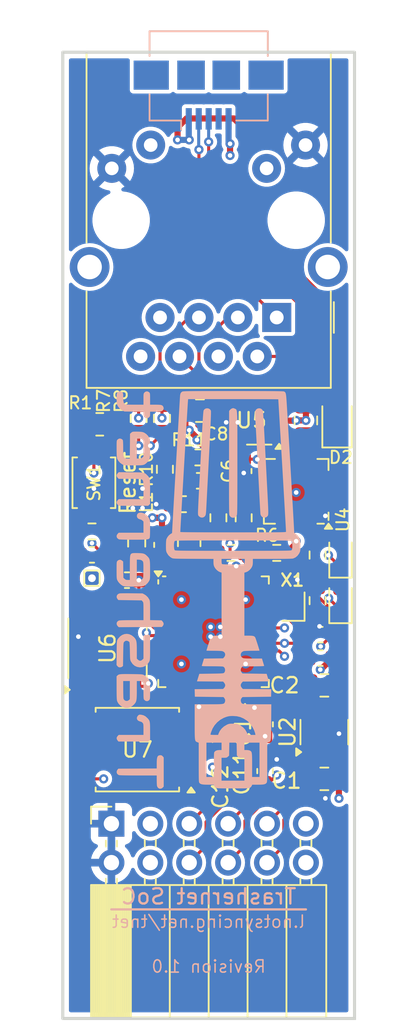
<source format=kicad_pcb>
(kicad_pcb
	(version 20240108)
	(generator "pcbnew")
	(generator_version "8.0")
	(general
		(thickness 1.6)
		(legacy_teardrops no)
	)
	(paper "A4")
	(title_block
		(comment 4 "AISLER Project ID: RAKIZQUS")
	)
	(layers
		(0 "F.Cu" signal)
		(1 "In1.Cu" signal)
		(2 "In2.Cu" signal)
		(31 "B.Cu" signal)
		(32 "B.Adhes" user "B.Adhesive")
		(33 "F.Adhes" user "F.Adhesive")
		(34 "B.Paste" user)
		(35 "F.Paste" user)
		(36 "B.SilkS" user "B.Silkscreen")
		(37 "F.SilkS" user "F.Silkscreen")
		(38 "B.Mask" user)
		(39 "F.Mask" user)
		(40 "Dwgs.User" user "User.Drawings")
		(41 "Cmts.User" user "User.Comments")
		(42 "Eco1.User" user "User.Eco1")
		(43 "Eco2.User" user "User.Eco2")
		(44 "Edge.Cuts" user)
		(45 "Margin" user)
		(46 "B.CrtYd" user "B.Courtyard")
		(47 "F.CrtYd" user "F.Courtyard")
		(48 "B.Fab" user)
		(49 "F.Fab" user)
		(50 "User.1" user)
		(51 "User.2" user)
		(52 "User.3" user)
		(53 "User.4" user)
		(54 "User.5" user)
		(55 "User.6" user)
		(56 "User.7" user)
		(57 "User.8" user)
		(58 "User.9" user)
	)
	(setup
		(stackup
			(layer "F.SilkS"
				(type "Top Silk Screen")
			)
			(layer "F.Paste"
				(type "Top Solder Paste")
			)
			(layer "F.Mask"
				(type "Top Solder Mask")
				(thickness 0.01)
			)
			(layer "F.Cu"
				(type "copper")
				(thickness 0.035)
			)
			(layer "dielectric 1"
				(type "prepreg")
				(thickness 0.1)
				(material "FR4")
				(epsilon_r 4.5)
				(loss_tangent 0.02)
			)
			(layer "In1.Cu"
				(type "copper")
				(thickness 0.035)
			)
			(layer "dielectric 2"
				(type "core")
				(thickness 1.24)
				(material "FR4")
				(epsilon_r 4.5)
				(loss_tangent 0.02)
			)
			(layer "In2.Cu"
				(type "copper")
				(thickness 0.035)
			)
			(layer "dielectric 3"
				(type "prepreg")
				(thickness 0.1)
				(material "FR4")
				(epsilon_r 4.5)
				(loss_tangent 0.02)
			)
			(layer "B.Cu"
				(type "copper")
				(thickness 0.035)
			)
			(layer "B.Mask"
				(type "Bottom Solder Mask")
				(thickness 0.01)
			)
			(layer "B.Paste"
				(type "Bottom Solder Paste")
			)
			(layer "B.SilkS"
				(type "Bottom Silk Screen")
			)
			(copper_finish "None")
			(dielectric_constraints no)
		)
		(pad_to_mask_clearance 0)
		(allow_soldermask_bridges_in_footprints no)
		(pcbplotparams
			(layerselection 0x00010fc_ffffffff)
			(plot_on_all_layers_selection 0x0000000_00000000)
			(disableapertmacros no)
			(usegerberextensions no)
			(usegerberattributes yes)
			(usegerberadvancedattributes yes)
			(creategerberjobfile yes)
			(dashed_line_dash_ratio 12.000000)
			(dashed_line_gap_ratio 3.000000)
			(svgprecision 4)
			(plotframeref no)
			(viasonmask no)
			(mode 1)
			(useauxorigin no)
			(hpglpennumber 1)
			(hpglpenspeed 20)
			(hpglpendiameter 15.000000)
			(pdf_front_fp_property_popups yes)
			(pdf_back_fp_property_popups yes)
			(dxfpolygonmode yes)
			(dxfimperialunits yes)
			(dxfusepcbnewfont yes)
			(psnegative no)
			(psa4output no)
			(plotreference yes)
			(plotvalue yes)
			(plotfptext yes)
			(plotinvisibletext no)
			(sketchpadsonfab no)
			(subtractmaskfromsilk no)
			(outputformat 1)
			(mirror no)
			(drillshape 1)
			(scaleselection 1)
			(outputdirectory "")
		)
	)
	(net 0 "")
	(net 1 "+1V2")
	(net 2 "unconnected-(U1A-IOT_43a-Pad32)")
	(net 3 "GND")
	(net 4 "unconnected-(U1A-RGB0-Pad39)")
	(net 5 "+5V")
	(net 6 "unconnected-(U2-NC-Pad4)")
	(net 7 "+3V3")
	(net 8 "unconnected-(U5-NC-Pad4)")
	(net 9 "/CF_IO2")
	(net 10 "/CF_DO")
	(net 11 "/~{CF_CS}")
	(net 12 "/CDONE")
	(net 13 "/CF_DI")
	(net 14 "/CF_CLK")
	(net 15 "/CF_IO3")
	(net 16 "/~{CRESET}")
	(net 17 "/RAM_IO0")
	(net 18 "/RAM_IO1")
	(net 19 "/RAM_IO2")
	(net 20 "/RAM_IO3")
	(net 21 "/RAM_SCK")
	(net 22 "/~{RAM_CS}")
	(net 23 "/RX+")
	(net 24 "/VREF")
	(net 25 "unconnected-(J2-NC-PadR7)")
	(net 26 "/LV_TX-")
	(net 27 "unconnected-(J2-TCT-PadR4)")
	(net 28 "/RX-")
	(net 29 "unconnected-(J2-PadR8)")
	(net 30 "unconnected-(J2-PadSH)")
	(net 31 "/ETH_LED0")
	(net 32 "/LV_RX+")
	(net 33 "/LV_RX-")
	(net 34 "/LV_TX+")
	(net 35 "/ETH_LED1")
	(net 36 "unconnected-(U1A-IOT_49a-Pad43)")
	(net 37 "Net-(D1-A)")
	(net 38 "unconnected-(J2-PadSH)_0")
	(net 39 "/PMOD5")
	(net 40 "/PMOD3")
	(net 41 "/PMOD4")
	(net 42 "/PMOD2")
	(net 43 "/PMOD0")
	(net 44 "/PMOD1")
	(net 45 "/PMOD6")
	(net 46 "/PMOD7")
	(net 47 "/TX-")
	(net 48 "unconnected-(X1-Tri-State-Pad1)")
	(net 49 "/USB/USB_D+")
	(net 50 "unconnected-(J3-Shield-Pad6)")
	(net 51 "unconnected-(J3-ID-Pad4)")
	(net 52 "unconnected-(J3-Shield-Pad6)_0")
	(net 53 "unconnected-(J3-Shield-Pad6)_1")
	(net 54 "unconnected-(J3-Shield-Pad6)_2")
	(net 55 "/USB/USB_D-")
	(net 56 "unconnected-(U4-~{RTS}-Pad16)")
	(net 57 "unconnected-(U4-CBUS3-Pad14)")
	(net 58 "unconnected-(U4-CBUS2-Pad5)")
	(net 59 "unconnected-(U4-~{CTS}-Pad4)")
	(net 60 "unconnected-(U4-CBUS1-Pad11)")
	(net 61 "unconnected-(U4-CBUS0-Pad12)")
	(net 62 "unconnected-(U4-3V3OUT-Pad8)")
	(net 63 "/SERIAL_PC_OUT")
	(net 64 "/CLK_12M")
	(net 65 "/SERIAL_PC_IN")
	(net 66 "Net-(J2-PadL3)")
	(net 67 "Net-(J2-PadL2)")
	(net 68 "/+3V3P")
	(net 69 "Net-(D3-A)")
	(net 70 "Net-(U1A-IOT_44b)")
	(net 71 "VBUS")
	(footprint "Inductor_SMD:L_0805_2012Metric" (layer "F.Cu") (at 136.906 94.5685 -90))
	(footprint "Capacitor_SMD:C_0603_1608Metric" (layer "F.Cu") (at 145.288 109.601 -90))
	(footprint "Capacitor_SMD:C_0603_1608Metric" (layer "F.Cu") (at 143.891 90.043 90))
	(footprint "Resistor_SMD:R_0603_1608Metric" (layer "F.Cu") (at 143.066 95.377))
	(footprint "Capacitor_SMD:C_0603_1608Metric" (layer "F.Cu") (at 148.905 102.235))
	(footprint "LED_SMD:LED_0603_1608Metric" (layer "F.Cu") (at 150.2156 95.504 90))
	(footprint "Resistor_SMD:R_0603_1608Metric" (layer "F.Cu") (at 143.891 93.091 -90))
	(footprint "Package_TO_SOT_SMD:SOT-23-5" (layer "F.Cu") (at 149.159 107.061 90))
	(footprint "Capacitor_SMD:C_0805_2012Metric" (layer "F.Cu") (at 141.036 86.106 180))
	(footprint "Capacitor_SMD:C_0603_1608Metric" (layer "F.Cu") (at 148.905 100.711 180))
	(footprint "Resistor_SMD:R_0603_1608Metric" (layer "F.Cu") (at 137.033 86.614 -90))
	(footprint "Resistor_SMD:R_0603_1608Metric" (layer "F.Cu") (at 138.748 89.9282 90))
	(footprint "Resistor_SMD:R_0603_1608Metric" (layer "F.Cu") (at 148.717 95.5172 -90))
	(footprint "Connector_PinSocket_2.54mm:PinSocket_2x06_P2.54mm_Horizontal" (layer "F.Cu") (at 135.255 113.03 90))
	(footprint "Oscillator:Oscillator_SMD_Abracon_ASCO-4Pin_1.6x1.2mm" (layer "F.Cu") (at 147.066 98.806 180))
	(footprint "Resistor_SMD:R_0603_1608Metric" (layer "F.Cu") (at 140.97 89.154))
	(footprint "Capacitor_SMD:C_0805_2012Metric" (layer "F.Cu") (at 149.159 104.013))
	(footprint "Capacitor_SMD:C_0603_1608Metric" (layer "F.Cu") (at 136.271 97.155 180))
	(footprint "Connector_RJ:RJ45_Amphenol_RJMG1BD3B8K1ANR" (layer "F.Cu") (at 146.05 80.03 180))
	(footprint "Package_SO:SOIC-8_5.23x5.23mm_P1.27mm" (layer "F.Cu") (at 136.95 108.204 180))
	(footprint "Resistor_SMD:R_0603_1608Metric" (layer "F.Cu") (at 146.05 95.377))
	(footprint "trashernet_soc:TestPoint_Pad_0.5x0.5mm" (layer "F.Cu") (at 133.985 97.028))
	(footprint "Package_DFN_QFN:QFN-48-1EP_7x7mm_P0.5mm_EP5.6x5.6mm" (layer "F.Cu") (at 141.924 100.519))
	(footprint "Diode_SMD:D_0805_2012Metric" (layer "F.Cu") (at 149.987 86.8195 90))
	(footprint "Resistor_SMD:R_0603_1608Metric" (layer "F.Cu") (at 133.985 93.98))
	(footprint "Resistor_SMD:R_0603_1608Metric" (layer "F.Cu") (at 148.717 98.489 -90))
	(footprint "Resistor_SMD:R_0603_1608Metric" (layer "F.Cu") (at 142.24 93.091 -90))
	(footprint "Capacitor_SMD:C_0603_1608Metric" (layer "F.Cu") (at 133.985 95.504 180))
	(footprint "Capacitor_SMD:C_0805_2012Metric" (layer "F.Cu") (at 149.159 110.109))
	(footprint "Package_DFN_QFN:QFN-16-1EP_4x4mm_P0.65mm_EP2.1x2.1mm" (layer "F.Cu") (at 147.32 91.3638 180))
	(footprint "Button_Switch_SMD:SW_SPST_B3U-1000P" (layer "F.Cu") (at 134.112 90.805 90))
	(footprint "Resistor_SMD:R_0603_1608Metric" (layer "F.Cu") (at 138.557 86.614 -90))
	(footprint "Capacitor_SMD:C_0603_1608Metric" (layer "F.Cu") (at 142.367 107.569 90))
	(footprint "Capacitor_SMD:C_0603_1608Metric" (layer "F.Cu") (at 145.288 106.553 90))
	(footprint "Capacitor_SMD:C_0603_1608Metric"
		(layer "F.Cu")
		(uuid "b517dd94-388a-4c8a-8f72-506634bedfe7")
		(at 138.557 94.856 -90)
		(descr "Capacitor SMD 0603 (1608 Metric), square (rectangu
... [438232 chars truncated]
</source>
